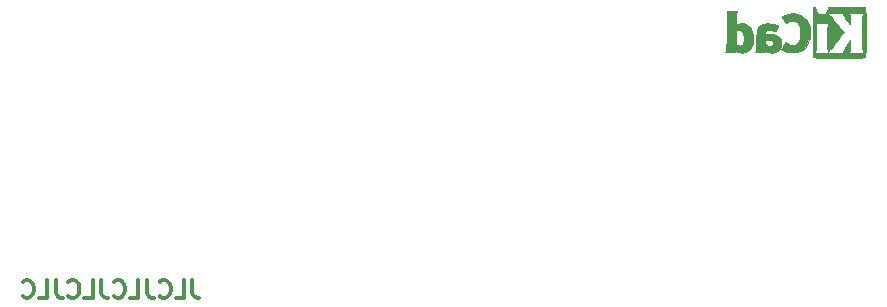
<source format=gbo>
G04 #@! TF.GenerationSoftware,KiCad,Pcbnew,(5.0.2)-1*
G04 #@! TF.CreationDate,2019-08-28T19:48:54+02:00*
G04 #@! TF.ProjectId,EleLab_v2_Bus150,456c654c-6162-45f7-9632-5f4275733135,rev?*
G04 #@! TF.SameCoordinates,Original*
G04 #@! TF.FileFunction,Legend,Bot*
G04 #@! TF.FilePolarity,Positive*
%FSLAX46Y46*%
G04 Gerber Fmt 4.6, Leading zero omitted, Abs format (unit mm)*
G04 Created by KiCad (PCBNEW (5.0.2)-1) date 28/08/2019 19:48:54*
%MOMM*%
%LPD*%
G01*
G04 APERTURE LIST*
%ADD10C,0.300000*%
%ADD11C,0.010000*%
%ADD12R,1.802000X1.802000*%
%ADD13O,1.802000X1.802000*%
%ADD14C,5.700000*%
%ADD15O,1.702000X1.702000*%
%ADD16C,1.702000*%
G04 APERTURE END LIST*
D10*
X123928571Y-126178571D02*
X123928571Y-127250000D01*
X124000000Y-127464285D01*
X124142857Y-127607142D01*
X124357142Y-127678571D01*
X124500000Y-127678571D01*
X122500000Y-127678571D02*
X123214285Y-127678571D01*
X123214285Y-126178571D01*
X121142857Y-127535714D02*
X121214285Y-127607142D01*
X121428571Y-127678571D01*
X121571428Y-127678571D01*
X121785714Y-127607142D01*
X121928571Y-127464285D01*
X122000000Y-127321428D01*
X122071428Y-127035714D01*
X122071428Y-126821428D01*
X122000000Y-126535714D01*
X121928571Y-126392857D01*
X121785714Y-126250000D01*
X121571428Y-126178571D01*
X121428571Y-126178571D01*
X121214285Y-126250000D01*
X121142857Y-126321428D01*
X120071428Y-126178571D02*
X120071428Y-127250000D01*
X120142857Y-127464285D01*
X120285714Y-127607142D01*
X120500000Y-127678571D01*
X120642857Y-127678571D01*
X118642857Y-127678571D02*
X119357142Y-127678571D01*
X119357142Y-126178571D01*
X117285714Y-127535714D02*
X117357142Y-127607142D01*
X117571428Y-127678571D01*
X117714285Y-127678571D01*
X117928571Y-127607142D01*
X118071428Y-127464285D01*
X118142857Y-127321428D01*
X118214285Y-127035714D01*
X118214285Y-126821428D01*
X118142857Y-126535714D01*
X118071428Y-126392857D01*
X117928571Y-126250000D01*
X117714285Y-126178571D01*
X117571428Y-126178571D01*
X117357142Y-126250000D01*
X117285714Y-126321428D01*
X116214285Y-126178571D02*
X116214285Y-127250000D01*
X116285714Y-127464285D01*
X116428571Y-127607142D01*
X116642857Y-127678571D01*
X116785714Y-127678571D01*
X114785714Y-127678571D02*
X115500000Y-127678571D01*
X115500000Y-126178571D01*
X113428571Y-127535714D02*
X113500000Y-127607142D01*
X113714285Y-127678571D01*
X113857142Y-127678571D01*
X114071428Y-127607142D01*
X114214285Y-127464285D01*
X114285714Y-127321428D01*
X114357142Y-127035714D01*
X114357142Y-126821428D01*
X114285714Y-126535714D01*
X114214285Y-126392857D01*
X114071428Y-126250000D01*
X113857142Y-126178571D01*
X113714285Y-126178571D01*
X113500000Y-126250000D01*
X113428571Y-126321428D01*
X112357142Y-126178571D02*
X112357142Y-127250000D01*
X112428571Y-127464285D01*
X112571428Y-127607142D01*
X112785714Y-127678571D01*
X112928571Y-127678571D01*
X110928571Y-127678571D02*
X111642857Y-127678571D01*
X111642857Y-126178571D01*
X109571428Y-127535714D02*
X109642857Y-127607142D01*
X109857142Y-127678571D01*
X110000000Y-127678571D01*
X110214285Y-127607142D01*
X110357142Y-127464285D01*
X110428571Y-127321428D01*
X110500000Y-127035714D01*
X110500000Y-126821428D01*
X110428571Y-126535714D01*
X110357142Y-126392857D01*
X110214285Y-126250000D01*
X110000000Y-126178571D01*
X109857142Y-126178571D01*
X109642857Y-126250000D01*
X109571428Y-126321428D01*
D11*
G04 #@! TO.C,LO_2*
G36*
X169152536Y-105057150D02*
X169150994Y-105387052D01*
X169149434Y-105669981D01*
X169147739Y-105909761D01*
X169145792Y-106110219D01*
X169143477Y-106275181D01*
X169140678Y-106408472D01*
X169137276Y-106513918D01*
X169133156Y-106595345D01*
X169128201Y-106656580D01*
X169122293Y-106701447D01*
X169115317Y-106733774D01*
X169107155Y-106757385D01*
X169100198Y-106771650D01*
X169055096Y-106854200D01*
X169869200Y-106854200D01*
X169869200Y-106778000D01*
X169872559Y-106724452D01*
X169880649Y-106701804D01*
X169880773Y-106701800D01*
X169906891Y-106714784D01*
X169959274Y-106747537D01*
X169986097Y-106765421D01*
X170118397Y-106832647D01*
X170278063Y-106879589D01*
X170446978Y-106903338D01*
X170607023Y-106900984D01*
X170707400Y-106881247D01*
X170891462Y-106799939D01*
X171056590Y-106678200D01*
X171191483Y-106525510D01*
X171252845Y-106423694D01*
X171320269Y-106266029D01*
X171364145Y-106099951D01*
X171387286Y-105911403D01*
X171392759Y-105724913D01*
X171391998Y-105711200D01*
X170591864Y-105711200D01*
X170587366Y-105886895D01*
X170573751Y-106020414D01*
X170548523Y-106119949D01*
X170509188Y-106193691D01*
X170453249Y-106249831D01*
X170420984Y-106272170D01*
X170314579Y-106310164D01*
X170188856Y-106307176D01*
X170053797Y-106263728D01*
X170029501Y-106251773D01*
X169932700Y-106201557D01*
X169925858Y-105652487D01*
X169919015Y-105103416D01*
X169986109Y-105059454D01*
X170049640Y-105032707D01*
X170139332Y-105012044D01*
X170197367Y-105005065D01*
X170285745Y-105001970D01*
X170344709Y-105012095D01*
X170395015Y-105040683D01*
X170421073Y-105061568D01*
X170488417Y-105135167D01*
X170537336Y-105230737D01*
X170569659Y-105355234D01*
X170587213Y-105515611D01*
X170591864Y-105711200D01*
X171391998Y-105711200D01*
X171376325Y-105428965D01*
X171328458Y-105169134D01*
X171249829Y-104946509D01*
X171141111Y-104762180D01*
X171002975Y-104617237D01*
X170836094Y-104512768D01*
X170641140Y-104449864D01*
X170601830Y-104442835D01*
X170486297Y-104434575D01*
X170358937Y-104441429D01*
X170232339Y-104460852D01*
X170119088Y-104490299D01*
X170031772Y-104527225D01*
X169983738Y-104567815D01*
X169962873Y-104592282D01*
X169946830Y-104587192D01*
X169935075Y-104548657D01*
X169927076Y-104472788D01*
X169922298Y-104355701D01*
X169920207Y-104193506D01*
X169920000Y-104103670D01*
X169920523Y-103929573D01*
X169922531Y-103798217D01*
X169926689Y-103701550D01*
X169933657Y-103631519D01*
X169944099Y-103580073D01*
X169958678Y-103539158D01*
X169968062Y-103519470D01*
X170016124Y-103425200D01*
X169159772Y-103425200D01*
X169152536Y-105057150D01*
X169152536Y-105057150D01*
G37*
X169152536Y-105057150D02*
X169150994Y-105387052D01*
X169149434Y-105669981D01*
X169147739Y-105909761D01*
X169145792Y-106110219D01*
X169143477Y-106275181D01*
X169140678Y-106408472D01*
X169137276Y-106513918D01*
X169133156Y-106595345D01*
X169128201Y-106656580D01*
X169122293Y-106701447D01*
X169115317Y-106733774D01*
X169107155Y-106757385D01*
X169100198Y-106771650D01*
X169055096Y-106854200D01*
X169869200Y-106854200D01*
X169869200Y-106778000D01*
X169872559Y-106724452D01*
X169880649Y-106701804D01*
X169880773Y-106701800D01*
X169906891Y-106714784D01*
X169959274Y-106747537D01*
X169986097Y-106765421D01*
X170118397Y-106832647D01*
X170278063Y-106879589D01*
X170446978Y-106903338D01*
X170607023Y-106900984D01*
X170707400Y-106881247D01*
X170891462Y-106799939D01*
X171056590Y-106678200D01*
X171191483Y-106525510D01*
X171252845Y-106423694D01*
X171320269Y-106266029D01*
X171364145Y-106099951D01*
X171387286Y-105911403D01*
X171392759Y-105724913D01*
X171391998Y-105711200D01*
X170591864Y-105711200D01*
X170587366Y-105886895D01*
X170573751Y-106020414D01*
X170548523Y-106119949D01*
X170509188Y-106193691D01*
X170453249Y-106249831D01*
X170420984Y-106272170D01*
X170314579Y-106310164D01*
X170188856Y-106307176D01*
X170053797Y-106263728D01*
X170029501Y-106251773D01*
X169932700Y-106201557D01*
X169925858Y-105652487D01*
X169919015Y-105103416D01*
X169986109Y-105059454D01*
X170049640Y-105032707D01*
X170139332Y-105012044D01*
X170197367Y-105005065D01*
X170285745Y-105001970D01*
X170344709Y-105012095D01*
X170395015Y-105040683D01*
X170421073Y-105061568D01*
X170488417Y-105135167D01*
X170537336Y-105230737D01*
X170569659Y-105355234D01*
X170587213Y-105515611D01*
X170591864Y-105711200D01*
X171391998Y-105711200D01*
X171376325Y-105428965D01*
X171328458Y-105169134D01*
X171249829Y-104946509D01*
X171141111Y-104762180D01*
X171002975Y-104617237D01*
X170836094Y-104512768D01*
X170641140Y-104449864D01*
X170601830Y-104442835D01*
X170486297Y-104434575D01*
X170358937Y-104441429D01*
X170232339Y-104460852D01*
X170119088Y-104490299D01*
X170031772Y-104527225D01*
X169983738Y-104567815D01*
X169962873Y-104592282D01*
X169946830Y-104587192D01*
X169935075Y-104548657D01*
X169927076Y-104472788D01*
X169922298Y-104355701D01*
X169920207Y-104193506D01*
X169920000Y-104103670D01*
X169920523Y-103929573D01*
X169922531Y-103798217D01*
X169926689Y-103701550D01*
X169933657Y-103631519D01*
X169944099Y-103580073D01*
X169958678Y-103539158D01*
X169968062Y-103519470D01*
X170016124Y-103425200D01*
X169159772Y-103425200D01*
X169152536Y-105057150D01*
G36*
X172372380Y-104452359D02*
X172196424Y-104492264D01*
X172077487Y-104536895D01*
X171984902Y-104592778D01*
X171902221Y-104666360D01*
X171849083Y-104721188D01*
X171805604Y-104772829D01*
X171770709Y-104826992D01*
X171743324Y-104889387D01*
X171722376Y-104965723D01*
X171706791Y-105061710D01*
X171695496Y-105183058D01*
X171687415Y-105335475D01*
X171681477Y-105524670D01*
X171676606Y-105756355D01*
X171674451Y-105877477D01*
X171670193Y-106109434D01*
X171666070Y-106296051D01*
X171661724Y-106442785D01*
X171656797Y-106555095D01*
X171650932Y-106638437D01*
X171643769Y-106698269D01*
X171634951Y-106740049D01*
X171624120Y-106769234D01*
X171614865Y-106785527D01*
X171569829Y-106854200D01*
X172380582Y-106854200D01*
X172396500Y-106700698D01*
X172495898Y-106768483D01*
X172652054Y-106847254D01*
X172832908Y-106893178D01*
X173022705Y-106904137D01*
X173205691Y-106878011D01*
X173239166Y-106868436D01*
X173425571Y-106786112D01*
X173576480Y-106668585D01*
X173689348Y-106519321D01*
X173761625Y-106341786D01*
X173790765Y-106139443D01*
X173791212Y-106117600D01*
X173790548Y-106088545D01*
X173062293Y-106088545D01*
X173058037Y-106177884D01*
X173047910Y-106208502D01*
X172985221Y-106289089D01*
X172890277Y-106343481D01*
X172776673Y-106367352D01*
X172658004Y-106356378D01*
X172620404Y-106344508D01*
X172533217Y-106302968D01*
X172477576Y-106250366D01*
X172447106Y-106175280D01*
X172435434Y-106066289D01*
X172434600Y-106011572D01*
X172434600Y-105812800D01*
X172600516Y-105812800D01*
X172764253Y-105827824D01*
X172902872Y-105870733D01*
X172998324Y-105931555D01*
X173040931Y-105998298D01*
X173062293Y-106088545D01*
X173790548Y-106088545D01*
X173788597Y-106003273D01*
X173774949Y-105915974D01*
X173745450Y-105832311D01*
X173722118Y-105782215D01*
X173617777Y-105625636D01*
X173473396Y-105499758D01*
X173289631Y-105404878D01*
X173067138Y-105341291D01*
X172806574Y-105309295D01*
X172666206Y-105305241D01*
X172427912Y-105304800D01*
X172441804Y-105201228D01*
X172477738Y-105087960D01*
X172549656Y-105009507D01*
X172656276Y-104966163D01*
X172796313Y-104958223D01*
X172968484Y-104985980D01*
X173145491Y-105040144D01*
X173229949Y-105067413D01*
X173294942Y-105082373D01*
X173326805Y-105081908D01*
X173327138Y-105081589D01*
X173344724Y-105049872D01*
X173374820Y-104983912D01*
X173412098Y-104896745D01*
X173451227Y-104801404D01*
X173486878Y-104710925D01*
X173513720Y-104638340D01*
X173526425Y-104596685D01*
X173526800Y-104593302D01*
X173505010Y-104574617D01*
X173461553Y-104568200D01*
X173409969Y-104562037D01*
X173323150Y-104545424D01*
X173214897Y-104521175D01*
X173137703Y-104502173D01*
X172871904Y-104451360D01*
X172613224Y-104434718D01*
X172372380Y-104452359D01*
X172372380Y-104452359D01*
G37*
X172372380Y-104452359D02*
X172196424Y-104492264D01*
X172077487Y-104536895D01*
X171984902Y-104592778D01*
X171902221Y-104666360D01*
X171849083Y-104721188D01*
X171805604Y-104772829D01*
X171770709Y-104826992D01*
X171743324Y-104889387D01*
X171722376Y-104965723D01*
X171706791Y-105061710D01*
X171695496Y-105183058D01*
X171687415Y-105335475D01*
X171681477Y-105524670D01*
X171676606Y-105756355D01*
X171674451Y-105877477D01*
X171670193Y-106109434D01*
X171666070Y-106296051D01*
X171661724Y-106442785D01*
X171656797Y-106555095D01*
X171650932Y-106638437D01*
X171643769Y-106698269D01*
X171634951Y-106740049D01*
X171624120Y-106769234D01*
X171614865Y-106785527D01*
X171569829Y-106854200D01*
X172380582Y-106854200D01*
X172396500Y-106700698D01*
X172495898Y-106768483D01*
X172652054Y-106847254D01*
X172832908Y-106893178D01*
X173022705Y-106904137D01*
X173205691Y-106878011D01*
X173239166Y-106868436D01*
X173425571Y-106786112D01*
X173576480Y-106668585D01*
X173689348Y-106519321D01*
X173761625Y-106341786D01*
X173790765Y-106139443D01*
X173791212Y-106117600D01*
X173790548Y-106088545D01*
X173062293Y-106088545D01*
X173058037Y-106177884D01*
X173047910Y-106208502D01*
X172985221Y-106289089D01*
X172890277Y-106343481D01*
X172776673Y-106367352D01*
X172658004Y-106356378D01*
X172620404Y-106344508D01*
X172533217Y-106302968D01*
X172477576Y-106250366D01*
X172447106Y-106175280D01*
X172435434Y-106066289D01*
X172434600Y-106011572D01*
X172434600Y-105812800D01*
X172600516Y-105812800D01*
X172764253Y-105827824D01*
X172902872Y-105870733D01*
X172998324Y-105931555D01*
X173040931Y-105998298D01*
X173062293Y-106088545D01*
X173790548Y-106088545D01*
X173788597Y-106003273D01*
X173774949Y-105915974D01*
X173745450Y-105832311D01*
X173722118Y-105782215D01*
X173617777Y-105625636D01*
X173473396Y-105499758D01*
X173289631Y-105404878D01*
X173067138Y-105341291D01*
X172806574Y-105309295D01*
X172666206Y-105305241D01*
X172427912Y-105304800D01*
X172441804Y-105201228D01*
X172477738Y-105087960D01*
X172549656Y-105009507D01*
X172656276Y-104966163D01*
X172796313Y-104958223D01*
X172968484Y-104985980D01*
X173145491Y-105040144D01*
X173229949Y-105067413D01*
X173294942Y-105082373D01*
X173326805Y-105081908D01*
X173327138Y-105081589D01*
X173344724Y-105049872D01*
X173374820Y-104983912D01*
X173412098Y-104896745D01*
X173451227Y-104801404D01*
X173486878Y-104710925D01*
X173513720Y-104638340D01*
X173526425Y-104596685D01*
X173526800Y-104593302D01*
X173505010Y-104574617D01*
X173461553Y-104568200D01*
X173409969Y-104562037D01*
X173323150Y-104545424D01*
X173214897Y-104521175D01*
X173137703Y-104502173D01*
X172871904Y-104451360D01*
X172613224Y-104434718D01*
X172372380Y-104452359D01*
G36*
X174455324Y-103606341D02*
X174414089Y-103616143D01*
X174343121Y-103638829D01*
X174247827Y-103674963D01*
X174140479Y-103719187D01*
X174033347Y-103766147D01*
X173938702Y-103810487D01*
X173868815Y-103846851D01*
X173837936Y-103867598D01*
X173847626Y-103890582D01*
X173879964Y-103945508D01*
X173928536Y-104022651D01*
X173986926Y-104112288D01*
X174048719Y-104204695D01*
X174107498Y-104290151D01*
X174156848Y-104358930D01*
X174189323Y-104400159D01*
X174217764Y-104397624D01*
X174269919Y-104367335D01*
X174313593Y-104333312D01*
X174458702Y-104241226D01*
X174623513Y-104195559D01*
X174781902Y-104194284D01*
X174952602Y-104234902D01*
X175096741Y-104318127D01*
X175213755Y-104442925D01*
X175303081Y-104608260D01*
X175364157Y-104813097D01*
X175396419Y-105056401D01*
X175399574Y-105330200D01*
X175378133Y-105577826D01*
X175333016Y-105783741D01*
X175262370Y-105952105D01*
X175164343Y-106087080D01*
X175037083Y-106192826D01*
X175007421Y-106211151D01*
X174930227Y-106251415D01*
X174858762Y-106272876D01*
X174770973Y-106280676D01*
X174707900Y-106281009D01*
X174548183Y-106265354D01*
X174409453Y-106217392D01*
X174275375Y-106130613D01*
X174225154Y-106088663D01*
X174170908Y-106044162D01*
X174134586Y-106020225D01*
X174126945Y-106018969D01*
X174104784Y-106052288D01*
X174065502Y-106116333D01*
X174014770Y-106201348D01*
X173958257Y-106297575D01*
X173901634Y-106395257D01*
X173850569Y-106484636D01*
X173810735Y-106555956D01*
X173787799Y-106599460D01*
X173784547Y-106608180D01*
X173809782Y-106621554D01*
X173867656Y-106652253D01*
X173945938Y-106693786D01*
X173950543Y-106696230D01*
X174112853Y-106776612D01*
X174255788Y-106831928D01*
X174397728Y-106866986D01*
X174557053Y-106886593D01*
X174707900Y-106894340D01*
X174900715Y-106895569D01*
X175052750Y-106886113D01*
X175143564Y-106870565D01*
X175375799Y-106785718D01*
X175588841Y-106656718D01*
X175778634Y-106487906D01*
X175941122Y-106283623D01*
X176072248Y-106048209D01*
X176167956Y-105786005D01*
X176172452Y-105769632D01*
X176208750Y-105583026D01*
X176227655Y-105368920D01*
X176229177Y-105145257D01*
X176213331Y-104929982D01*
X176180128Y-104741040D01*
X176171703Y-104709044D01*
X176069939Y-104435435D01*
X175927268Y-104189468D01*
X175746196Y-103974653D01*
X175529230Y-103794495D01*
X175508000Y-103780082D01*
X175330356Y-103687504D01*
X175122302Y-103621748D01*
X174897802Y-103584907D01*
X174670822Y-103579073D01*
X174455324Y-103606341D01*
X174455324Y-103606341D01*
G37*
X174455324Y-103606341D02*
X174414089Y-103616143D01*
X174343121Y-103638829D01*
X174247827Y-103674963D01*
X174140479Y-103719187D01*
X174033347Y-103766147D01*
X173938702Y-103810487D01*
X173868815Y-103846851D01*
X173837936Y-103867598D01*
X173847626Y-103890582D01*
X173879964Y-103945508D01*
X173928536Y-104022651D01*
X173986926Y-104112288D01*
X174048719Y-104204695D01*
X174107498Y-104290151D01*
X174156848Y-104358930D01*
X174189323Y-104400159D01*
X174217764Y-104397624D01*
X174269919Y-104367335D01*
X174313593Y-104333312D01*
X174458702Y-104241226D01*
X174623513Y-104195559D01*
X174781902Y-104194284D01*
X174952602Y-104234902D01*
X175096741Y-104318127D01*
X175213755Y-104442925D01*
X175303081Y-104608260D01*
X175364157Y-104813097D01*
X175396419Y-105056401D01*
X175399574Y-105330200D01*
X175378133Y-105577826D01*
X175333016Y-105783741D01*
X175262370Y-105952105D01*
X175164343Y-106087080D01*
X175037083Y-106192826D01*
X175007421Y-106211151D01*
X174930227Y-106251415D01*
X174858762Y-106272876D01*
X174770973Y-106280676D01*
X174707900Y-106281009D01*
X174548183Y-106265354D01*
X174409453Y-106217392D01*
X174275375Y-106130613D01*
X174225154Y-106088663D01*
X174170908Y-106044162D01*
X174134586Y-106020225D01*
X174126945Y-106018969D01*
X174104784Y-106052288D01*
X174065502Y-106116333D01*
X174014770Y-106201348D01*
X173958257Y-106297575D01*
X173901634Y-106395257D01*
X173850569Y-106484636D01*
X173810735Y-106555956D01*
X173787799Y-106599460D01*
X173784547Y-106608180D01*
X173809782Y-106621554D01*
X173867656Y-106652253D01*
X173945938Y-106693786D01*
X173950543Y-106696230D01*
X174112853Y-106776612D01*
X174255788Y-106831928D01*
X174397728Y-106866986D01*
X174557053Y-106886593D01*
X174707900Y-106894340D01*
X174900715Y-106895569D01*
X175052750Y-106886113D01*
X175143564Y-106870565D01*
X175375799Y-106785718D01*
X175588841Y-106656718D01*
X175778634Y-106487906D01*
X175941122Y-106283623D01*
X176072248Y-106048209D01*
X176167956Y-105786005D01*
X176172452Y-105769632D01*
X176208750Y-105583026D01*
X176227655Y-105368920D01*
X176229177Y-105145257D01*
X176213331Y-104929982D01*
X176180128Y-104741040D01*
X176171703Y-104709044D01*
X176069939Y-104435435D01*
X175927268Y-104189468D01*
X175746196Y-103974653D01*
X175529230Y-103794495D01*
X175508000Y-103780082D01*
X175330356Y-103687504D01*
X175122302Y-103621748D01*
X174897802Y-103584907D01*
X174670822Y-103579073D01*
X174455324Y-103606341D01*
G36*
X176548637Y-103042699D02*
X176526845Y-103049976D01*
X176508414Y-103066420D01*
X176493065Y-103095197D01*
X176480519Y-103139474D01*
X176470495Y-103202418D01*
X176462717Y-103287194D01*
X176456904Y-103396971D01*
X176452777Y-103534914D01*
X176450057Y-103704191D01*
X176448465Y-103907968D01*
X176447723Y-104149411D01*
X176447550Y-104431687D01*
X176447668Y-104757964D01*
X176447797Y-105131407D01*
X176447800Y-105190500D01*
X176447878Y-105565884D01*
X176448151Y-105893711D01*
X176448682Y-106177221D01*
X176449531Y-106419658D01*
X176450760Y-106624261D01*
X176452431Y-106794274D01*
X176454605Y-106932939D01*
X176457343Y-107043496D01*
X176460708Y-107129188D01*
X176464759Y-107193257D01*
X176469559Y-107238944D01*
X176475169Y-107269492D01*
X176481651Y-107288141D01*
X176487715Y-107296885D01*
X176498791Y-107303992D01*
X176518999Y-107310213D01*
X176551510Y-107315606D01*
X176599497Y-107320229D01*
X176666133Y-107324140D01*
X176754590Y-107327396D01*
X176868040Y-107330056D01*
X177009656Y-107332175D01*
X177182610Y-107333813D01*
X177390076Y-107335028D01*
X177635224Y-107335876D01*
X177921229Y-107336415D01*
X178251261Y-107336703D01*
X178628495Y-107336798D01*
X178683001Y-107336800D01*
X179066824Y-107336726D01*
X179403020Y-107336467D01*
X179694761Y-107335965D01*
X179945219Y-107335162D01*
X180157568Y-107334000D01*
X180334979Y-107332422D01*
X180480625Y-107330371D01*
X180597678Y-107327787D01*
X180689312Y-107324615D01*
X180758697Y-107320795D01*
X180809008Y-107316271D01*
X180843416Y-107310985D01*
X180865093Y-107304879D01*
X180877213Y-107297895D01*
X180878286Y-107296885D01*
X180885535Y-107285627D01*
X180891862Y-107265152D01*
X180897328Y-107232219D01*
X180901994Y-107183586D01*
X180905922Y-107116011D01*
X180909174Y-107026252D01*
X180911810Y-106911068D01*
X180913893Y-106767217D01*
X180915483Y-106591456D01*
X180916642Y-106380544D01*
X180917432Y-106131239D01*
X180917914Y-105840300D01*
X180918149Y-105504484D01*
X180918200Y-105190500D01*
X180918123Y-104815115D01*
X180917850Y-104487288D01*
X180917319Y-104203778D01*
X180916470Y-103961341D01*
X180915241Y-103756738D01*
X180914052Y-103635729D01*
X180638801Y-103635729D01*
X180628363Y-103660638D01*
X180602056Y-103714844D01*
X180588001Y-103742699D01*
X180577068Y-103765774D01*
X180567826Y-103791420D01*
X180560133Y-103823859D01*
X180553848Y-103867308D01*
X180548828Y-103925988D01*
X180544932Y-104004117D01*
X180542017Y-104105917D01*
X180539943Y-104235605D01*
X180538566Y-104397401D01*
X180537746Y-104595525D01*
X180537341Y-104834197D01*
X180537209Y-105117635D01*
X180537201Y-105254290D01*
X180537561Y-105517726D01*
X180538598Y-105766037D01*
X180540244Y-105994556D01*
X180542432Y-106198618D01*
X180545097Y-106373558D01*
X180548170Y-106514711D01*
X180551585Y-106617410D01*
X180555276Y-106676991D01*
X180557776Y-106690370D01*
X180582200Y-106730136D01*
X180608032Y-106784350D01*
X180637711Y-106854200D01*
X180111206Y-106853811D01*
X179956033Y-106852849D01*
X179821650Y-106850381D01*
X179715001Y-106846674D01*
X179643030Y-106841992D01*
X179612681Y-106836600D01*
X179612906Y-106834761D01*
X179642855Y-106800826D01*
X179678668Y-106742626D01*
X179682756Y-106734811D01*
X179697682Y-106697521D01*
X179708693Y-106647267D01*
X179716331Y-106576556D01*
X179721134Y-106477898D01*
X179723644Y-106343800D01*
X179724399Y-106166772D01*
X179724400Y-106156961D01*
X179723167Y-105979347D01*
X179719604Y-105836876D01*
X179713922Y-105733727D01*
X179706328Y-105674078D01*
X179699586Y-105660400D01*
X179670086Y-105679770D01*
X179632359Y-105726744D01*
X179630085Y-105730250D01*
X179589507Y-105787268D01*
X179555301Y-105825500D01*
X179524853Y-105862632D01*
X179484917Y-105924966D01*
X179471329Y-105948833D01*
X179429180Y-106015930D01*
X179366473Y-106104720D01*
X179295408Y-106198064D01*
X179281458Y-106215533D01*
X179173339Y-106358344D01*
X179082862Y-106494967D01*
X179014611Y-106617349D01*
X178973169Y-106717440D01*
X178962400Y-106775923D01*
X178962400Y-106854200D01*
X177835945Y-106854200D01*
X177848071Y-106840488D01*
X177692400Y-106840488D01*
X177668301Y-106844757D01*
X177601204Y-106848485D01*
X177498911Y-106851448D01*
X177369222Y-106853426D01*
X177219939Y-106854196D01*
X177209800Y-106854200D01*
X177033033Y-106853408D01*
X176901899Y-106850806D01*
X176811253Y-106846056D01*
X176755950Y-106838818D01*
X176730844Y-106828752D01*
X176728008Y-106822450D01*
X176742962Y-106778554D01*
X176766108Y-106741395D01*
X176775302Y-106722692D01*
X176782898Y-106690195D01*
X176789041Y-106639498D01*
X176793873Y-106566196D01*
X176797536Y-106465883D01*
X176800174Y-106334154D01*
X176801930Y-106166604D01*
X176802947Y-105958827D01*
X176803367Y-105706418D01*
X176803400Y-105592045D01*
X176803400Y-104492000D01*
X177668305Y-104492000D01*
X177629553Y-104566938D01*
X177619522Y-104592815D01*
X177611333Y-104631092D01*
X177604808Y-104686607D01*
X177599774Y-104764197D01*
X177596053Y-104868700D01*
X177593471Y-105004954D01*
X177591852Y-105177797D01*
X177591021Y-105392067D01*
X177590800Y-105634750D01*
X177590914Y-105886440D01*
X177591415Y-106092511D01*
X177592545Y-106258147D01*
X177594545Y-106388527D01*
X177597655Y-106488835D01*
X177602117Y-106564251D01*
X177608171Y-106619957D01*
X177616059Y-106661135D01*
X177626021Y-106692967D01*
X177638299Y-106720635D01*
X177641600Y-106727200D01*
X177672510Y-106790636D01*
X177690520Y-106833110D01*
X177692400Y-106840488D01*
X177848071Y-106840488D01*
X177897523Y-106784570D01*
X177941445Y-106735266D01*
X177969627Y-106704290D01*
X177971800Y-106702020D01*
X178029555Y-106638905D01*
X178101037Y-106554689D01*
X178176103Y-106462065D01*
X178244609Y-106373725D01*
X178296412Y-106302361D01*
X178316624Y-106270547D01*
X178356845Y-106206584D01*
X178420338Y-106115299D01*
X178498196Y-106008680D01*
X178581513Y-105898715D01*
X178661383Y-105797390D01*
X178723727Y-105722607D01*
X178784171Y-105645548D01*
X178840841Y-105561943D01*
X178845022Y-105555050D01*
X178972363Y-105356936D01*
X179068006Y-105226356D01*
X179137964Y-105135212D01*
X179056532Y-105047760D01*
X178986340Y-104968661D01*
X178896285Y-104861892D01*
X178796943Y-104740451D01*
X178698893Y-104617339D01*
X178612711Y-104505555D01*
X178583849Y-104466815D01*
X178279059Y-104086892D01*
X178039721Y-103829787D01*
X177840941Y-103628400D01*
X178386253Y-103628400D01*
X178571450Y-103628523D01*
X178712002Y-103629861D01*
X178814063Y-103633867D01*
X178883788Y-103641993D01*
X178927331Y-103655691D01*
X178950847Y-103676416D01*
X178960489Y-103705618D01*
X178962414Y-103744751D01*
X178962400Y-103764390D01*
X178977988Y-103817842D01*
X179017059Y-103885121D01*
X179034701Y-103908362D01*
X179093348Y-103985668D01*
X179156110Y-104076586D01*
X179178198Y-104111000D01*
X179221448Y-104177764D01*
X179255088Y-104224931D01*
X179266761Y-104238000D01*
X179296555Y-104267339D01*
X179345755Y-104323018D01*
X179405478Y-104394108D01*
X179466838Y-104469681D01*
X179520953Y-104538808D01*
X179558937Y-104590561D01*
X179572000Y-104613483D01*
X179588818Y-104642974D01*
X179630854Y-104690717D01*
X179648201Y-104707900D01*
X179724401Y-104780904D01*
X179724400Y-104361088D01*
X179722807Y-104178302D01*
X179717105Y-104035476D01*
X179705907Y-103921840D01*
X179687828Y-103826629D01*
X179661482Y-103739075D01*
X179635836Y-103672850D01*
X179632606Y-103657771D01*
X179641351Y-103646538D01*
X179668295Y-103638591D01*
X179719662Y-103633367D01*
X179801676Y-103630303D01*
X179920561Y-103628838D01*
X180082540Y-103628410D01*
X180128083Y-103628400D01*
X180282917Y-103628746D01*
X180418878Y-103629712D01*
X180528383Y-103631190D01*
X180603849Y-103633071D01*
X180637692Y-103635245D01*
X180638801Y-103635729D01*
X180914052Y-103635729D01*
X180913570Y-103586725D01*
X180911396Y-103448060D01*
X180908658Y-103337503D01*
X180905293Y-103251811D01*
X180901242Y-103187742D01*
X180896442Y-103142055D01*
X180890832Y-103111507D01*
X180884350Y-103092858D01*
X180878286Y-103084114D01*
X180865822Y-103075934D01*
X180843563Y-103068938D01*
X180807809Y-103063034D01*
X180754859Y-103058133D01*
X180681012Y-103054144D01*
X180582569Y-103050978D01*
X180455827Y-103048544D01*
X180297087Y-103046752D01*
X180102647Y-103045511D01*
X179868807Y-103044733D01*
X179591865Y-103044326D01*
X179268122Y-103044200D01*
X177641600Y-103044200D01*
X177641600Y-103140418D01*
X177621521Y-103256335D01*
X177568475Y-103375000D01*
X177493246Y-103475991D01*
X177440994Y-103520244D01*
X177327454Y-103567370D01*
X177196500Y-103577636D01*
X177062372Y-103553918D01*
X176939310Y-103499089D01*
X176841552Y-103416023D01*
X176826200Y-103396147D01*
X176779194Y-103295428D01*
X176757561Y-103179877D01*
X176746310Y-103044199D01*
X176636970Y-103044200D01*
X176603420Y-103042977D01*
X176574069Y-103041421D01*
X176548637Y-103042699D01*
X176548637Y-103042699D01*
G37*
X176548637Y-103042699D02*
X176526845Y-103049976D01*
X176508414Y-103066420D01*
X176493065Y-103095197D01*
X176480519Y-103139474D01*
X176470495Y-103202418D01*
X176462717Y-103287194D01*
X176456904Y-103396971D01*
X176452777Y-103534914D01*
X176450057Y-103704191D01*
X176448465Y-103907968D01*
X176447723Y-104149411D01*
X176447550Y-104431687D01*
X176447668Y-104757964D01*
X176447797Y-105131407D01*
X176447800Y-105190500D01*
X176447878Y-105565884D01*
X176448151Y-105893711D01*
X176448682Y-106177221D01*
X176449531Y-106419658D01*
X176450760Y-106624261D01*
X176452431Y-106794274D01*
X176454605Y-106932939D01*
X176457343Y-107043496D01*
X176460708Y-107129188D01*
X176464759Y-107193257D01*
X176469559Y-107238944D01*
X176475169Y-107269492D01*
X176481651Y-107288141D01*
X176487715Y-107296885D01*
X176498791Y-107303992D01*
X176518999Y-107310213D01*
X176551510Y-107315606D01*
X176599497Y-107320229D01*
X176666133Y-107324140D01*
X176754590Y-107327396D01*
X176868040Y-107330056D01*
X177009656Y-107332175D01*
X177182610Y-107333813D01*
X177390076Y-107335028D01*
X177635224Y-107335876D01*
X177921229Y-107336415D01*
X178251261Y-107336703D01*
X178628495Y-107336798D01*
X178683001Y-107336800D01*
X179066824Y-107336726D01*
X179403020Y-107336467D01*
X179694761Y-107335965D01*
X179945219Y-107335162D01*
X180157568Y-107334000D01*
X180334979Y-107332422D01*
X180480625Y-107330371D01*
X180597678Y-107327787D01*
X180689312Y-107324615D01*
X180758697Y-107320795D01*
X180809008Y-107316271D01*
X180843416Y-107310985D01*
X180865093Y-107304879D01*
X180877213Y-107297895D01*
X180878286Y-107296885D01*
X180885535Y-107285627D01*
X180891862Y-107265152D01*
X180897328Y-107232219D01*
X180901994Y-107183586D01*
X180905922Y-107116011D01*
X180909174Y-107026252D01*
X180911810Y-106911068D01*
X180913893Y-106767217D01*
X180915483Y-106591456D01*
X180916642Y-106380544D01*
X180917432Y-106131239D01*
X180917914Y-105840300D01*
X180918149Y-105504484D01*
X180918200Y-105190500D01*
X180918123Y-104815115D01*
X180917850Y-104487288D01*
X180917319Y-104203778D01*
X180916470Y-103961341D01*
X180915241Y-103756738D01*
X180914052Y-103635729D01*
X180638801Y-103635729D01*
X180628363Y-103660638D01*
X180602056Y-103714844D01*
X180588001Y-103742699D01*
X180577068Y-103765774D01*
X180567826Y-103791420D01*
X180560133Y-103823859D01*
X180553848Y-103867308D01*
X180548828Y-103925988D01*
X180544932Y-104004117D01*
X180542017Y-104105917D01*
X180539943Y-104235605D01*
X180538566Y-104397401D01*
X180537746Y-104595525D01*
X180537341Y-104834197D01*
X180537209Y-105117635D01*
X180537201Y-105254290D01*
X180537561Y-105517726D01*
X180538598Y-105766037D01*
X180540244Y-105994556D01*
X180542432Y-106198618D01*
X180545097Y-106373558D01*
X180548170Y-106514711D01*
X180551585Y-106617410D01*
X180555276Y-106676991D01*
X180557776Y-106690370D01*
X180582200Y-106730136D01*
X180608032Y-106784350D01*
X180637711Y-106854200D01*
X180111206Y-106853811D01*
X179956033Y-106852849D01*
X179821650Y-106850381D01*
X179715001Y-106846674D01*
X179643030Y-106841992D01*
X179612681Y-106836600D01*
X179612906Y-106834761D01*
X179642855Y-106800826D01*
X179678668Y-106742626D01*
X179682756Y-106734811D01*
X179697682Y-106697521D01*
X179708693Y-106647267D01*
X179716331Y-106576556D01*
X179721134Y-106477898D01*
X179723644Y-106343800D01*
X179724399Y-106166772D01*
X179724400Y-106156961D01*
X179723167Y-105979347D01*
X179719604Y-105836876D01*
X179713922Y-105733727D01*
X179706328Y-105674078D01*
X179699586Y-105660400D01*
X179670086Y-105679770D01*
X179632359Y-105726744D01*
X179630085Y-105730250D01*
X179589507Y-105787268D01*
X179555301Y-105825500D01*
X179524853Y-105862632D01*
X179484917Y-105924966D01*
X179471329Y-105948833D01*
X179429180Y-106015930D01*
X179366473Y-106104720D01*
X179295408Y-106198064D01*
X179281458Y-106215533D01*
X179173339Y-106358344D01*
X179082862Y-106494967D01*
X179014611Y-106617349D01*
X178973169Y-106717440D01*
X178962400Y-106775923D01*
X178962400Y-106854200D01*
X177835945Y-106854200D01*
X177848071Y-106840488D01*
X177692400Y-106840488D01*
X177668301Y-106844757D01*
X177601204Y-106848485D01*
X177498911Y-106851448D01*
X177369222Y-106853426D01*
X177219939Y-106854196D01*
X177209800Y-106854200D01*
X177033033Y-106853408D01*
X176901899Y-106850806D01*
X176811253Y-106846056D01*
X176755950Y-106838818D01*
X176730844Y-106828752D01*
X176728008Y-106822450D01*
X176742962Y-106778554D01*
X176766108Y-106741395D01*
X176775302Y-106722692D01*
X176782898Y-106690195D01*
X176789041Y-106639498D01*
X176793873Y-106566196D01*
X176797536Y-106465883D01*
X176800174Y-106334154D01*
X176801930Y-106166604D01*
X176802947Y-105958827D01*
X176803367Y-105706418D01*
X176803400Y-105592045D01*
X176803400Y-104492000D01*
X177668305Y-104492000D01*
X177629553Y-104566938D01*
X177619522Y-104592815D01*
X177611333Y-104631092D01*
X177604808Y-104686607D01*
X177599774Y-104764197D01*
X177596053Y-104868700D01*
X177593471Y-105004954D01*
X177591852Y-105177797D01*
X177591021Y-105392067D01*
X177590800Y-105634750D01*
X177590914Y-105886440D01*
X177591415Y-106092511D01*
X177592545Y-106258147D01*
X177594545Y-106388527D01*
X177597655Y-106488835D01*
X177602117Y-106564251D01*
X177608171Y-106619957D01*
X177616059Y-106661135D01*
X177626021Y-106692967D01*
X177638299Y-106720635D01*
X177641600Y-106727200D01*
X177672510Y-106790636D01*
X177690520Y-106833110D01*
X177692400Y-106840488D01*
X177848071Y-106840488D01*
X177897523Y-106784570D01*
X177941445Y-106735266D01*
X177969627Y-106704290D01*
X177971800Y-106702020D01*
X178029555Y-106638905D01*
X178101037Y-106554689D01*
X178176103Y-106462065D01*
X178244609Y-106373725D01*
X178296412Y-106302361D01*
X178316624Y-106270547D01*
X178356845Y-106206584D01*
X178420338Y-106115299D01*
X178498196Y-106008680D01*
X178581513Y-105898715D01*
X178661383Y-105797390D01*
X178723727Y-105722607D01*
X178784171Y-105645548D01*
X178840841Y-105561943D01*
X178845022Y-105555050D01*
X178972363Y-105356936D01*
X179068006Y-105226356D01*
X179137964Y-105135212D01*
X179056532Y-105047760D01*
X178986340Y-104968661D01*
X178896285Y-104861892D01*
X178796943Y-104740451D01*
X178698893Y-104617339D01*
X178612711Y-104505555D01*
X178583849Y-104466815D01*
X178279059Y-104086892D01*
X178039721Y-103829787D01*
X177840941Y-103628400D01*
X178386253Y-103628400D01*
X178571450Y-103628523D01*
X178712002Y-103629861D01*
X178814063Y-103633867D01*
X178883788Y-103641993D01*
X178927331Y-103655691D01*
X178950847Y-103676416D01*
X178960489Y-103705618D01*
X178962414Y-103744751D01*
X178962400Y-103764390D01*
X178977988Y-103817842D01*
X179017059Y-103885121D01*
X179034701Y-103908362D01*
X179093348Y-103985668D01*
X179156110Y-104076586D01*
X179178198Y-104111000D01*
X179221448Y-104177764D01*
X179255088Y-104224931D01*
X179266761Y-104238000D01*
X179296555Y-104267339D01*
X179345755Y-104323018D01*
X179405478Y-104394108D01*
X179466838Y-104469681D01*
X179520953Y-104538808D01*
X179558937Y-104590561D01*
X179572000Y-104613483D01*
X179588818Y-104642974D01*
X179630854Y-104690717D01*
X179648201Y-104707900D01*
X179724401Y-104780904D01*
X179724400Y-104361088D01*
X179722807Y-104178302D01*
X179717105Y-104035476D01*
X179705907Y-103921840D01*
X179687828Y-103826629D01*
X179661482Y-103739075D01*
X179635836Y-103672850D01*
X179632606Y-103657771D01*
X179641351Y-103646538D01*
X179668295Y-103638591D01*
X179719662Y-103633367D01*
X179801676Y-103630303D01*
X179920561Y-103628838D01*
X180082540Y-103628410D01*
X180128083Y-103628400D01*
X180282917Y-103628746D01*
X180418878Y-103629712D01*
X180528383Y-103631190D01*
X180603849Y-103633071D01*
X180637692Y-103635245D01*
X180638801Y-103635729D01*
X180914052Y-103635729D01*
X180913570Y-103586725D01*
X180911396Y-103448060D01*
X180908658Y-103337503D01*
X180905293Y-103251811D01*
X180901242Y-103187742D01*
X180896442Y-103142055D01*
X180890832Y-103111507D01*
X180884350Y-103092858D01*
X180878286Y-103084114D01*
X180865822Y-103075934D01*
X180843563Y-103068938D01*
X180807809Y-103063034D01*
X180754859Y-103058133D01*
X180681012Y-103054144D01*
X180582569Y-103050978D01*
X180455827Y-103048544D01*
X180297087Y-103046752D01*
X180102647Y-103045511D01*
X179868807Y-103044733D01*
X179591865Y-103044326D01*
X179268122Y-103044200D01*
X177641600Y-103044200D01*
X177641600Y-103140418D01*
X177621521Y-103256335D01*
X177568475Y-103375000D01*
X177493246Y-103475991D01*
X177440994Y-103520244D01*
X177327454Y-103567370D01*
X177196500Y-103577636D01*
X177062372Y-103553918D01*
X176939310Y-103499089D01*
X176841552Y-103416023D01*
X176826200Y-103396147D01*
X176779194Y-103295428D01*
X176757561Y-103179877D01*
X176746310Y-103044199D01*
X176636970Y-103044200D01*
X176603420Y-103042977D01*
X176574069Y-103041421D01*
X176548637Y-103042699D01*
G04 #@! TD*
%LPC*%
G04 #@! TO.C,LO_2*
G36*
X177044059Y-102725960D02*
X176926455Y-102792395D01*
X176832977Y-102895045D01*
X176789188Y-102981124D01*
X176758578Y-103119614D01*
X176767679Y-103257591D01*
X176815027Y-103379084D01*
X176827412Y-103397850D01*
X176917851Y-103485408D01*
X177036729Y-103545553D01*
X177169667Y-103575418D01*
X177302287Y-103572134D01*
X177420210Y-103532832D01*
X177440994Y-103520244D01*
X177523263Y-103441394D01*
X177591086Y-103332770D01*
X177633253Y-103215295D01*
X177641600Y-103145799D01*
X177622326Y-103036575D01*
X177571810Y-102922110D01*
X177501018Y-102823158D01*
X177445358Y-102774295D01*
X177313139Y-102713876D01*
X177176163Y-102698776D01*
X177044059Y-102725960D01*
X177044059Y-102725960D01*
G37*
X177044059Y-102725960D02*
X176926455Y-102792395D01*
X176832977Y-102895045D01*
X176789188Y-102981124D01*
X176758578Y-103119614D01*
X176767679Y-103257591D01*
X176815027Y-103379084D01*
X176827412Y-103397850D01*
X176917851Y-103485408D01*
X177036729Y-103545553D01*
X177169667Y-103575418D01*
X177302287Y-103572134D01*
X177420210Y-103532832D01*
X177440994Y-103520244D01*
X177523263Y-103441394D01*
X177591086Y-103332770D01*
X177633253Y-103215295D01*
X177641600Y-103145799D01*
X177622326Y-103036575D01*
X177571810Y-102922110D01*
X177501018Y-102823158D01*
X177445358Y-102774295D01*
X177313139Y-102713876D01*
X177176163Y-102698776D01*
X177044059Y-102725960D01*
G36*
X176803400Y-105592045D02*
X176803179Y-105863528D01*
X176802417Y-106088618D01*
X176800974Y-106271721D01*
X176798706Y-106417240D01*
X176795469Y-106529583D01*
X176791122Y-106613155D01*
X176785520Y-106672359D01*
X176778522Y-106711603D01*
X176769984Y-106735292D01*
X176766108Y-106741395D01*
X176739822Y-106778943D01*
X176729109Y-106807085D01*
X176739290Y-106827174D01*
X176775688Y-106840563D01*
X176843624Y-106848605D01*
X176948422Y-106852653D01*
X177095402Y-106854060D01*
X177209800Y-106854200D01*
X177360082Y-106853515D01*
X177491273Y-106851608D01*
X177595573Y-106848702D01*
X177665181Y-106845017D01*
X177692295Y-106840776D01*
X177692400Y-106840488D01*
X177681845Y-106811454D01*
X177655274Y-106754509D01*
X177641600Y-106727200D01*
X177628734Y-106699760D01*
X177618241Y-106669394D01*
X177609880Y-106630920D01*
X177603409Y-106579155D01*
X177598589Y-106508918D01*
X177595178Y-106415027D01*
X177592935Y-106292301D01*
X177591619Y-106135559D01*
X177590990Y-105939617D01*
X177590805Y-105699296D01*
X177590800Y-105634750D01*
X177591053Y-105377269D01*
X177591929Y-105165749D01*
X177593604Y-104995351D01*
X177596252Y-104861238D01*
X177600050Y-104758571D01*
X177605173Y-104682513D01*
X177611797Y-104628226D01*
X177620097Y-104590872D01*
X177629553Y-104566938D01*
X177668305Y-104492000D01*
X176803400Y-104492000D01*
X176803400Y-105592045D01*
X176803400Y-105592045D01*
G37*
X176803400Y-105592045D02*
X176803179Y-105863528D01*
X176802417Y-106088618D01*
X176800974Y-106271721D01*
X176798706Y-106417240D01*
X176795469Y-106529583D01*
X176791122Y-106613155D01*
X176785520Y-106672359D01*
X176778522Y-106711603D01*
X176769984Y-106735292D01*
X176766108Y-106741395D01*
X176739822Y-106778943D01*
X176729109Y-106807085D01*
X176739290Y-106827174D01*
X176775688Y-106840563D01*
X176843624Y-106848605D01*
X176948422Y-106852653D01*
X177095402Y-106854060D01*
X177209800Y-106854200D01*
X177360082Y-106853515D01*
X177491273Y-106851608D01*
X177595573Y-106848702D01*
X177665181Y-106845017D01*
X177692295Y-106840776D01*
X177692400Y-106840488D01*
X177681845Y-106811454D01*
X177655274Y-106754509D01*
X177641600Y-106727200D01*
X177628734Y-106699760D01*
X177618241Y-106669394D01*
X177609880Y-106630920D01*
X177603409Y-106579155D01*
X177598589Y-106508918D01*
X177595178Y-106415027D01*
X177592935Y-106292301D01*
X177591619Y-106135559D01*
X177590990Y-105939617D01*
X177590805Y-105699296D01*
X177590800Y-105634750D01*
X177591053Y-105377269D01*
X177591929Y-105165749D01*
X177593604Y-104995351D01*
X177596252Y-104861238D01*
X177600050Y-104758571D01*
X177605173Y-104682513D01*
X177611797Y-104628226D01*
X177620097Y-104590872D01*
X177629553Y-104566938D01*
X177668305Y-104492000D01*
X176803400Y-104492000D01*
X176803400Y-105592045D01*
G36*
X178386253Y-103628400D02*
X177840941Y-103628400D01*
X178039721Y-103829787D01*
X178369429Y-104192691D01*
X178583849Y-104466815D01*
X178662297Y-104570400D01*
X178756856Y-104690529D01*
X178856950Y-104814202D01*
X178952002Y-104928419D01*
X179031434Y-105020181D01*
X179056532Y-105047760D01*
X179137964Y-105135212D01*
X179068006Y-105226356D01*
X178932564Y-105415604D01*
X178845022Y-105555050D01*
X178790152Y-105637286D01*
X178728876Y-105716612D01*
X178723727Y-105722607D01*
X178654778Y-105805581D01*
X178574253Y-105908137D01*
X178491058Y-106018288D01*
X178414098Y-106124047D01*
X178352281Y-106213425D01*
X178316624Y-106270547D01*
X178281543Y-106323596D01*
X178223014Y-106402062D01*
X178151180Y-106493252D01*
X178076185Y-106584472D01*
X178008172Y-106663032D01*
X177971800Y-106702020D01*
X177947911Y-106728081D01*
X177905637Y-106775406D01*
X177897523Y-106784570D01*
X177835945Y-106854200D01*
X178962400Y-106854200D01*
X178962400Y-106775923D01*
X178979163Y-106699395D01*
X179026393Y-106594149D01*
X179099507Y-106468239D01*
X179193919Y-106329716D01*
X179281458Y-106215533D01*
X179352732Y-106123313D01*
X179418053Y-106032269D01*
X179465223Y-105959535D01*
X179471329Y-105948833D01*
X179511371Y-105882434D01*
X179546658Y-105834284D01*
X179555301Y-105825500D01*
X179589862Y-105786816D01*
X179630085Y-105730250D01*
X179667774Y-105682093D01*
X179698285Y-105660487D01*
X179699586Y-105660400D01*
X179708462Y-105685091D01*
X179715582Y-105756381D01*
X179720736Y-105870092D01*
X179723717Y-106022044D01*
X179724400Y-106156961D01*
X179723716Y-106336263D01*
X179721305Y-106472270D01*
X179716625Y-106572475D01*
X179709137Y-106644369D01*
X179698302Y-106695443D01*
X179683579Y-106733188D01*
X179682756Y-106734811D01*
X179647283Y-106794491D01*
X179615777Y-106832618D01*
X179612906Y-106834761D01*
X179628403Y-106840323D01*
X179687753Y-106845262D01*
X179784014Y-106849312D01*
X179910241Y-106852207D01*
X180059489Y-106853682D01*
X180111206Y-106853811D01*
X180637711Y-106854200D01*
X180608032Y-106784350D01*
X180579859Y-106725758D01*
X180557776Y-106690370D01*
X180553943Y-106661142D01*
X180550343Y-106585781D01*
X180547041Y-106468951D01*
X180544104Y-106315317D01*
X180541601Y-106129546D01*
X180539596Y-105916302D01*
X180538158Y-105680251D01*
X180537353Y-105426059D01*
X180537201Y-105254290D01*
X180537259Y-104950311D01*
X180537530Y-104692912D01*
X180538154Y-104477874D01*
X180539274Y-104300978D01*
X180541031Y-104158004D01*
X180543567Y-104044733D01*
X180547024Y-103956945D01*
X180551543Y-103890421D01*
X180557267Y-103840941D01*
X180564338Y-103804286D01*
X180572896Y-103776237D01*
X180583084Y-103752574D01*
X180588001Y-103742699D01*
X180618756Y-103680869D01*
X180636810Y-103641660D01*
X180638801Y-103635729D01*
X180614665Y-103633507D01*
X180547312Y-103631556D01*
X180444328Y-103629984D01*
X180313294Y-103628901D01*
X180161795Y-103628415D01*
X180128083Y-103628400D01*
X179954940Y-103628664D01*
X179826371Y-103629831D01*
X179736154Y-103632464D01*
X179678063Y-103637123D01*
X179645876Y-103644372D01*
X179633368Y-103654772D01*
X179634314Y-103668885D01*
X179635836Y-103672850D01*
X179669195Y-103761673D01*
X179693261Y-103850181D01*
X179709420Y-103949141D01*
X179719058Y-104069321D01*
X179723560Y-104221488D01*
X179724400Y-104361088D01*
X179724401Y-104780904D01*
X179648201Y-104707900D01*
X179600587Y-104657557D01*
X179574006Y-104620278D01*
X179572000Y-104613483D01*
X179556863Y-104587550D01*
X179517372Y-104534128D01*
X179462412Y-104464145D01*
X179400868Y-104388529D01*
X179341623Y-104318209D01*
X179293561Y-104264114D01*
X179266761Y-104238000D01*
X179244439Y-104210734D01*
X179206064Y-104154630D01*
X179178198Y-104111000D01*
X179119995Y-104023298D01*
X179057049Y-103936698D01*
X179034701Y-103908362D01*
X178989987Y-103841736D01*
X178964592Y-103780643D01*
X178962400Y-103764390D01*
X178961878Y-103720677D01*
X178956209Y-103687502D01*
X178939238Y-103663412D01*
X178904811Y-103646955D01*
X178846774Y-103636677D01*
X178758972Y-103631127D01*
X178635250Y-103628851D01*
X178469455Y-103628396D01*
X178386253Y-103628400D01*
X178386253Y-103628400D01*
G37*
X178386253Y-103628400D02*
X177840941Y-103628400D01*
X178039721Y-103829787D01*
X178369429Y-104192691D01*
X178583849Y-104466815D01*
X178662297Y-104570400D01*
X178756856Y-104690529D01*
X178856950Y-104814202D01*
X178952002Y-104928419D01*
X179031434Y-105020181D01*
X179056532Y-105047760D01*
X179137964Y-105135212D01*
X179068006Y-105226356D01*
X178932564Y-105415604D01*
X178845022Y-105555050D01*
X178790152Y-105637286D01*
X178728876Y-105716612D01*
X178723727Y-105722607D01*
X178654778Y-105805581D01*
X178574253Y-105908137D01*
X178491058Y-106018288D01*
X178414098Y-106124047D01*
X178352281Y-106213425D01*
X178316624Y-106270547D01*
X178281543Y-106323596D01*
X178223014Y-106402062D01*
X178151180Y-106493252D01*
X178076185Y-106584472D01*
X178008172Y-106663032D01*
X177971800Y-106702020D01*
X177947911Y-106728081D01*
X177905637Y-106775406D01*
X177897523Y-106784570D01*
X177835945Y-106854200D01*
X178962400Y-106854200D01*
X178962400Y-106775923D01*
X178979163Y-106699395D01*
X179026393Y-106594149D01*
X179099507Y-106468239D01*
X179193919Y-106329716D01*
X179281458Y-106215533D01*
X179352732Y-106123313D01*
X179418053Y-106032269D01*
X179465223Y-105959535D01*
X179471329Y-105948833D01*
X179511371Y-105882434D01*
X179546658Y-105834284D01*
X179555301Y-105825500D01*
X179589862Y-105786816D01*
X179630085Y-105730250D01*
X179667774Y-105682093D01*
X179698285Y-105660487D01*
X179699586Y-105660400D01*
X179708462Y-105685091D01*
X179715582Y-105756381D01*
X179720736Y-105870092D01*
X179723717Y-106022044D01*
X179724400Y-106156961D01*
X179723716Y-106336263D01*
X179721305Y-106472270D01*
X179716625Y-106572475D01*
X179709137Y-106644369D01*
X179698302Y-106695443D01*
X179683579Y-106733188D01*
X179682756Y-106734811D01*
X179647283Y-106794491D01*
X179615777Y-106832618D01*
X179612906Y-106834761D01*
X179628403Y-106840323D01*
X179687753Y-106845262D01*
X179784014Y-106849312D01*
X179910241Y-106852207D01*
X180059489Y-106853682D01*
X180111206Y-106853811D01*
X180637711Y-106854200D01*
X180608032Y-106784350D01*
X180579859Y-106725758D01*
X180557776Y-106690370D01*
X180553943Y-106661142D01*
X180550343Y-106585781D01*
X180547041Y-106468951D01*
X180544104Y-106315317D01*
X180541601Y-106129546D01*
X180539596Y-105916302D01*
X180538158Y-105680251D01*
X180537353Y-105426059D01*
X180537201Y-105254290D01*
X180537259Y-104950311D01*
X180537530Y-104692912D01*
X180538154Y-104477874D01*
X180539274Y-104300978D01*
X180541031Y-104158004D01*
X180543567Y-104044733D01*
X180547024Y-103956945D01*
X180551543Y-103890421D01*
X180557267Y-103840941D01*
X180564338Y-103804286D01*
X180572896Y-103776237D01*
X180583084Y-103752574D01*
X180588001Y-103742699D01*
X180618756Y-103680869D01*
X180636810Y-103641660D01*
X180638801Y-103635729D01*
X180614665Y-103633507D01*
X180547312Y-103631556D01*
X180444328Y-103629984D01*
X180313294Y-103628901D01*
X180161795Y-103628415D01*
X180128083Y-103628400D01*
X179954940Y-103628664D01*
X179826371Y-103629831D01*
X179736154Y-103632464D01*
X179678063Y-103637123D01*
X179645876Y-103644372D01*
X179633368Y-103654772D01*
X179634314Y-103668885D01*
X179635836Y-103672850D01*
X179669195Y-103761673D01*
X179693261Y-103850181D01*
X179709420Y-103949141D01*
X179719058Y-104069321D01*
X179723560Y-104221488D01*
X179724400Y-104361088D01*
X179724401Y-104780904D01*
X179648201Y-104707900D01*
X179600587Y-104657557D01*
X179574006Y-104620278D01*
X179572000Y-104613483D01*
X179556863Y-104587550D01*
X179517372Y-104534128D01*
X179462412Y-104464145D01*
X179400868Y-104388529D01*
X179341623Y-104318209D01*
X179293561Y-104264114D01*
X179266761Y-104238000D01*
X179244439Y-104210734D01*
X179206064Y-104154630D01*
X179178198Y-104111000D01*
X179119995Y-104023298D01*
X179057049Y-103936698D01*
X179034701Y-103908362D01*
X178989987Y-103841736D01*
X178964592Y-103780643D01*
X178962400Y-103764390D01*
X178961878Y-103720677D01*
X178956209Y-103687502D01*
X178939238Y-103663412D01*
X178904811Y-103646955D01*
X178846774Y-103636677D01*
X178758972Y-103631127D01*
X178635250Y-103628851D01*
X178469455Y-103628396D01*
X178386253Y-103628400D01*
G04 #@! TD*
D12*
G04 #@! TO.C,J3*
X241460000Y-100780000D03*
D13*
X244000000Y-100780000D03*
X241460000Y-98240000D03*
X244000000Y-98240000D03*
X241460000Y-95700000D03*
X244000000Y-95700000D03*
X241460000Y-93160000D03*
X244000000Y-93160000D03*
X241460000Y-90620000D03*
X244000000Y-90620000D03*
X241460000Y-88080000D03*
X244000000Y-88080000D03*
X241460000Y-85540000D03*
X244000000Y-85540000D03*
X241460000Y-83000000D03*
X244000000Y-83000000D03*
G04 #@! TD*
D12*
G04 #@! TO.C,J4*
X241460000Y-127000000D03*
D13*
X244000000Y-127000000D03*
X241460000Y-124460000D03*
X244000000Y-124460000D03*
X241460000Y-121920000D03*
X244000000Y-121920000D03*
X241460000Y-119380000D03*
X244000000Y-119380000D03*
X241460000Y-116840000D03*
X244000000Y-116840000D03*
X241460000Y-114300000D03*
X244000000Y-114300000D03*
X241460000Y-111760000D03*
X244000000Y-111760000D03*
X241460000Y-109220000D03*
X244000000Y-109220000D03*
G04 #@! TD*
G04 #@! TO.C,J1*
X104000000Y-83000000D03*
X106540000Y-83000000D03*
X104000000Y-85540000D03*
X106540000Y-85540000D03*
X104000000Y-88080000D03*
X106540000Y-88080000D03*
X104000000Y-90620000D03*
X106540000Y-90620000D03*
X104000000Y-93160000D03*
X106540000Y-93160000D03*
X104000000Y-95700000D03*
X106540000Y-95700000D03*
X104000000Y-98240000D03*
X106540000Y-98240000D03*
X104000000Y-100780000D03*
D12*
X106540000Y-100780000D03*
G04 #@! TD*
D13*
G04 #@! TO.C,J2*
X104000000Y-109220000D03*
X106540000Y-109220000D03*
X104000000Y-111760000D03*
X106540000Y-111760000D03*
X104000000Y-114300000D03*
X106540000Y-114300000D03*
X104000000Y-116840000D03*
X106540000Y-116840000D03*
X104000000Y-119380000D03*
X106540000Y-119380000D03*
X104000000Y-121920000D03*
X106540000Y-121920000D03*
X104000000Y-124460000D03*
X106540000Y-124460000D03*
X104000000Y-127000000D03*
D12*
X106540000Y-127000000D03*
G04 #@! TD*
D14*
G04 #@! TO.C,H1*
X103000000Y-105000000D03*
G04 #@! TD*
G04 #@! TO.C,H2*
X247000000Y-105000000D03*
G04 #@! TD*
D15*
G04 #@! TO.C,LO_1*
X228384600Y-104084800D03*
D16*
X220764600Y-104084800D03*
G04 #@! TD*
D12*
G04 #@! TO.C,J5*
X160000000Y-83000000D03*
G04 #@! TD*
G04 #@! TO.C,J6*
X160000000Y-85540000D03*
G04 #@! TD*
G04 #@! TO.C,J7*
X160000000Y-88080000D03*
G04 #@! TD*
G04 #@! TO.C,J8*
X160000000Y-90620000D03*
G04 #@! TD*
G04 #@! TO.C,J9*
X180000000Y-83000000D03*
G04 #@! TD*
G04 #@! TO.C,J10*
X180000000Y-85540000D03*
G04 #@! TD*
G04 #@! TO.C,J11*
X180000000Y-88080000D03*
G04 #@! TD*
G04 #@! TO.C,J12*
X180000000Y-90620000D03*
G04 #@! TD*
G04 #@! TO.C,J13*
X170000000Y-93160000D03*
G04 #@! TD*
G04 #@! TO.C,J14*
X170000000Y-95700000D03*
G04 #@! TD*
G04 #@! TO.C,J15*
X170000000Y-98240000D03*
G04 #@! TD*
G04 #@! TO.C,J16*
X170000000Y-100780000D03*
G04 #@! TD*
G04 #@! TO.C,J17*
X190000000Y-93160000D03*
G04 #@! TD*
G04 #@! TO.C,J18*
X190000000Y-95700000D03*
G04 #@! TD*
G04 #@! TO.C,J19*
X190000000Y-98240000D03*
G04 #@! TD*
G04 #@! TO.C,J20*
X190000000Y-100780000D03*
G04 #@! TD*
G04 #@! TO.C,J21*
X160000000Y-109220000D03*
G04 #@! TD*
G04 #@! TO.C,J22*
X160000000Y-111760000D03*
G04 #@! TD*
G04 #@! TO.C,J23*
X160000000Y-114300000D03*
G04 #@! TD*
G04 #@! TO.C,J24*
X160000000Y-116840000D03*
G04 #@! TD*
G04 #@! TO.C,J25*
X179940000Y-109220000D03*
G04 #@! TD*
G04 #@! TO.C,J26*
X179940000Y-111760000D03*
G04 #@! TD*
G04 #@! TO.C,J27*
X179940000Y-114300000D03*
G04 #@! TD*
G04 #@! TO.C,J28*
X179940000Y-116840000D03*
G04 #@! TD*
G04 #@! TO.C,J29*
X170000000Y-119380000D03*
G04 #@! TD*
G04 #@! TO.C,J30*
X170000000Y-121920000D03*
G04 #@! TD*
G04 #@! TO.C,J31*
X170000000Y-124460000D03*
G04 #@! TD*
G04 #@! TO.C,J32*
X170000000Y-127000000D03*
G04 #@! TD*
G04 #@! TO.C,J33*
X190000000Y-119380000D03*
G04 #@! TD*
G04 #@! TO.C,J34*
X190000000Y-121920000D03*
G04 #@! TD*
G04 #@! TO.C,J35*
X190000000Y-124460000D03*
G04 #@! TD*
G04 #@! TO.C,J36*
X190000000Y-127000000D03*
G04 #@! TD*
M02*

</source>
